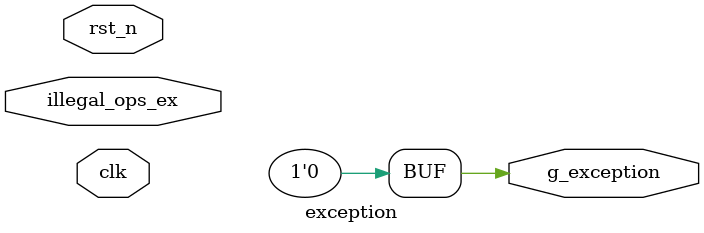
<source format=v>
/*
 * My RISC-V RV32I CPU
 *   CPU Interrupter
 *    Verilog code
 * @auther		Yoshiki Kurokawa <yoshiki.k963@gmail.com>
 * @copylight	2023 Yoshiki Kurokawa
 * @license		https://opensource.org/licenses/MIT     MIT license
 * @version		0.1
 */

module exception(
	input clk,
	input rst_n,
	// from external
	input illegal_ops_ex,
	// from csr
	output g_exception

	);

// currntly supporting just illegal operations
//assign g_exception = illegal_ops_ex;
assign g_exception = 1'b0;

endmodule

</source>
